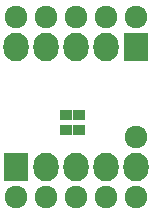
<source format=gbr>
G04 #@! TF.FileFunction,Soldermask,Bot*
%FSLAX46Y46*%
G04 Gerber Fmt 4.6, Leading zero omitted, Abs format (unit mm)*
G04 Created by KiCad (PCBNEW 4.0.2+dfsg1-stable) date Tue 16 May 2017 12:42:15 BST*
%MOMM*%
G01*
G04 APERTURE LIST*
%ADD10C,0.100000*%
%ADD11C,1.924000*%
%ADD12R,1.000000X0.900000*%
%ADD13R,2.127200X2.432000*%
%ADD14O,2.127200X2.432000*%
G04 APERTURE END LIST*
D10*
D11*
X200279000Y-111823500D03*
D12*
X195431500Y-111188500D03*
X194331500Y-111188500D03*
D11*
X190119000Y-116840000D03*
X192659000Y-116840000D03*
X195199000Y-116840000D03*
X197739000Y-116840000D03*
X200279000Y-116840000D03*
X200279000Y-101600000D03*
X197739000Y-101600000D03*
X195199000Y-101600000D03*
X192659000Y-101600000D03*
X190119000Y-101600000D03*
D13*
X190119000Y-114300000D03*
D14*
X192659000Y-114300000D03*
X195199000Y-114300000D03*
X197739000Y-114300000D03*
X200279000Y-114300000D03*
D13*
X200279000Y-104140000D03*
D14*
X197739000Y-104140000D03*
X195199000Y-104140000D03*
X192659000Y-104140000D03*
X190119000Y-104140000D03*
D12*
X195431500Y-109918500D03*
X194331500Y-109918500D03*
M02*

</source>
